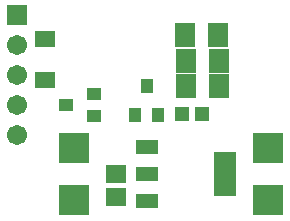
<source format=gbr>
G04 CAM Products 2000  RS274-X Output*
G04 Serial Number: 0000-00-00000*
G04 File Name:Z:\media\yandex\zakaz_moduli_lcd_bt\bluetooth\gerberRS274X\BottomMask.gbr *
%FSLAX34Y34*%
%MOIN*%
%SFA1B1*%

%IPPOS*%
%ADD11C,0.005500*%
%ADD13C,0.019700*%
%ADD14C,0.025000*%
%ADD15C,0.013000*%
%ADD17R,0.094500X0.094500*%
%ADD18R,0.059100X0.051200*%
%ADD19R,0.059100X0.059100*%
%ADD20C,0.059100*%
%ADD21R,0.063000X0.049200*%
%ADD22R,0.068900X0.043300*%
%ADD23R,0.068900X0.137800*%
%ADD24R,0.027600X0.033500*%
%ADD25R,0.033500X0.039400*%
%ADD26R,0.039400X0.033500*%
%ADD27R,0.043300X0.039400*%
%ADD28R,0.063000X0.070900*%
%ADD29R,0.039400X0.043300*%
%ADD30R,0.078700X0.039400*%
%ADD31R,0.039400X0.078700*%
%ADD32C,0.040000*%
%ADD38R,0.047400X0.086800*%
%ADD40R,0.086800X0.047400*%
%ADD42R,0.047400X0.051300*%
%ADD44R,0.071000X0.078900*%
%ADD46R,0.051300X0.047400*%
%ADD48R,0.047400X0.041500*%
%ADD50R,0.041500X0.047400*%
%ADD52R,0.035600X0.041500*%
%ADD54R,0.076900X0.145800*%
%ADD56R,0.076900X0.051300*%
%ADD58R,0.071000X0.057200*%
%ADD60C,0.067100*%
%ADD62R,0.067100X0.067100*%
%ADD64R,0.067100X0.059200*%
%ADD66R,0.102500X0.102500*%
%ADD68C,0.006200*%
%ADD69C,0.007700*%
%ADD70C,0.004600*%
%ADD500C,0.019100*%
%ADD501C,0.035400*%
%LNBottomMask-1*%
%LPD*%
G54D66*
X6806Y6381D03*
Y8113D03*
X13294Y6354D03*
Y8086D03*
G54D64*
X8208Y6480D03*
Y7228D03*
G54D62*
X4917Y12531D03*
G54D60*
X4917Y11531D03*
Y10531D03*
Y9531D03*
Y8531D03*
G54D58*
X5865Y10365D03*
Y11724D03*
G54D56*
X9259Y6318D03*
Y7224D03*
Y8129D03*
G54D54*
X11857Y7224D03*
G54D50*
X9613Y9212D03*
X8865D03*
X9239Y10157D03*
G54D48*
X7480Y9905D03*
Y9157D03*
X6535Y9531D03*
G54D44*
X11633Y11881D03*
X10531D03*
X11637Y11015D03*
X10535D03*
X11637Y10157D03*
X10535D03*
G54D46*
X11090Y9216D03*
X10420D03*
M02*
</source>
